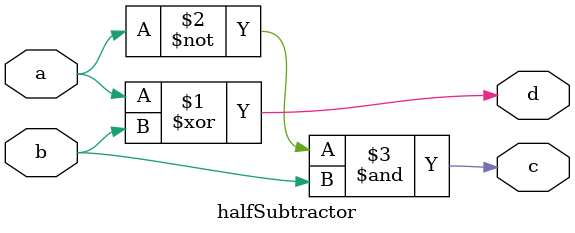
<source format=v>
module halfSubtractor(a,b,c,d);

//declare i/o ports
input a,b;
output c,d;

//assign difference and borrow
assign d = a ^ b;
assign c = (~a) & b;

//end module
endmodule

</source>
